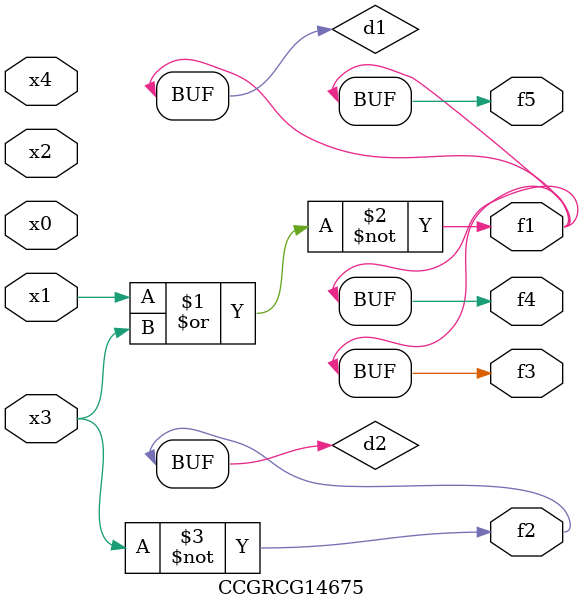
<source format=v>
module CCGRCG14675(
	input x0, x1, x2, x3, x4,
	output f1, f2, f3, f4, f5
);

	wire d1, d2;

	nor (d1, x1, x3);
	not (d2, x3);
	assign f1 = d1;
	assign f2 = d2;
	assign f3 = d1;
	assign f4 = d1;
	assign f5 = d1;
endmodule

</source>
